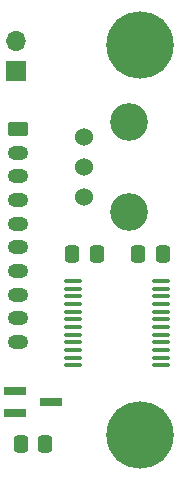
<source format=gts>
G04 #@! TF.GenerationSoftware,KiCad,Pcbnew,(6.0.1)*
G04 #@! TF.CreationDate,2022-07-05T01:19:31-07:00*
G04 #@! TF.ProjectId,mu100-dit,6d753130-302d-4646-9974-2e6b69636164,rev?*
G04 #@! TF.SameCoordinates,PX4a25ef0PY4c3f880*
G04 #@! TF.FileFunction,Soldermask,Top*
G04 #@! TF.FilePolarity,Negative*
%FSLAX46Y46*%
G04 Gerber Fmt 4.6, Leading zero omitted, Abs format (unit mm)*
G04 Created by KiCad (PCBNEW (6.0.1)) date 2022-07-05 01:19:31*
%MOMM*%
%LPD*%
G01*
G04 APERTURE LIST*
G04 Aperture macros list*
%AMRoundRect*
0 Rectangle with rounded corners*
0 $1 Rounding radius*
0 $2 $3 $4 $5 $6 $7 $8 $9 X,Y pos of 4 corners*
0 Add a 4 corners polygon primitive as box body*
4,1,4,$2,$3,$4,$5,$6,$7,$8,$9,$2,$3,0*
0 Add four circle primitives for the rounded corners*
1,1,$1+$1,$2,$3*
1,1,$1+$1,$4,$5*
1,1,$1+$1,$6,$7*
1,1,$1+$1,$8,$9*
0 Add four rect primitives between the rounded corners*
20,1,$1+$1,$2,$3,$4,$5,0*
20,1,$1+$1,$4,$5,$6,$7,0*
20,1,$1+$1,$6,$7,$8,$9,0*
20,1,$1+$1,$8,$9,$2,$3,0*%
G04 Aperture macros list end*
%ADD10RoundRect,0.250000X-0.337500X-0.475000X0.337500X-0.475000X0.337500X0.475000X-0.337500X0.475000X0*%
%ADD11RoundRect,0.250000X-0.625000X0.350000X-0.625000X-0.350000X0.625000X-0.350000X0.625000X0.350000X0*%
%ADD12O,1.750000X1.200000*%
%ADD13RoundRect,0.100000X-0.637500X-0.100000X0.637500X-0.100000X0.637500X0.100000X-0.637500X0.100000X0*%
%ADD14C,5.700000*%
%ADD15C,3.600000*%
%ADD16C,3.200000*%
%ADD17C,1.524000*%
%ADD18R,1.900000X0.800000*%
%ADD19RoundRect,0.250000X0.337500X0.475000X-0.337500X0.475000X-0.337500X-0.475000X0.337500X-0.475000X0*%
%ADD20R,1.700000X1.700000*%
%ADD21O,1.700000X1.700000*%
G04 APERTURE END LIST*
D10*
X3542500Y-37275000D03*
X5617500Y-37275000D03*
D11*
X3280000Y-10620000D03*
D12*
X3280000Y-12620000D03*
X3280000Y-14620000D03*
X3280000Y-16620000D03*
X3280000Y-18620000D03*
X3280000Y-20620000D03*
X3280000Y-22620000D03*
X3280000Y-24620000D03*
X3280000Y-26620000D03*
X3280000Y-28620000D03*
D13*
X7989500Y-23461427D03*
X7989500Y-24111427D03*
X7989500Y-24761427D03*
X7989500Y-25411427D03*
X7989500Y-26061427D03*
X7989500Y-26711427D03*
X7989500Y-27361427D03*
X7989500Y-28011427D03*
X7989500Y-28661427D03*
X7989500Y-29311427D03*
X7989500Y-29961427D03*
X7989500Y-30611427D03*
X15414500Y-30611427D03*
X15414500Y-29961427D03*
X15414500Y-29311427D03*
X15414500Y-28661427D03*
X15414500Y-28011427D03*
X15414500Y-27361427D03*
X15414500Y-26711427D03*
X15414500Y-26061427D03*
X15414500Y-25411427D03*
X15414500Y-24761427D03*
X15414500Y-24111427D03*
X15414500Y-23461427D03*
D14*
X13600000Y-3500000D03*
D15*
X13600000Y-3500000D03*
D16*
X12680000Y-10040000D03*
X12680000Y-17660000D03*
D17*
X8870000Y-11310000D03*
X8870000Y-13850000D03*
X8870000Y-16390000D03*
D10*
X13458500Y-21188000D03*
X15533500Y-21188000D03*
D18*
X3080000Y-32750000D03*
X3080000Y-34650000D03*
X6080000Y-33700000D03*
D19*
X9945500Y-21188000D03*
X7870500Y-21188000D03*
D14*
X13600000Y-36500000D03*
D15*
X13600000Y-36500000D03*
D20*
X3160000Y-5723000D03*
D21*
X3160000Y-3183000D03*
M02*

</source>
